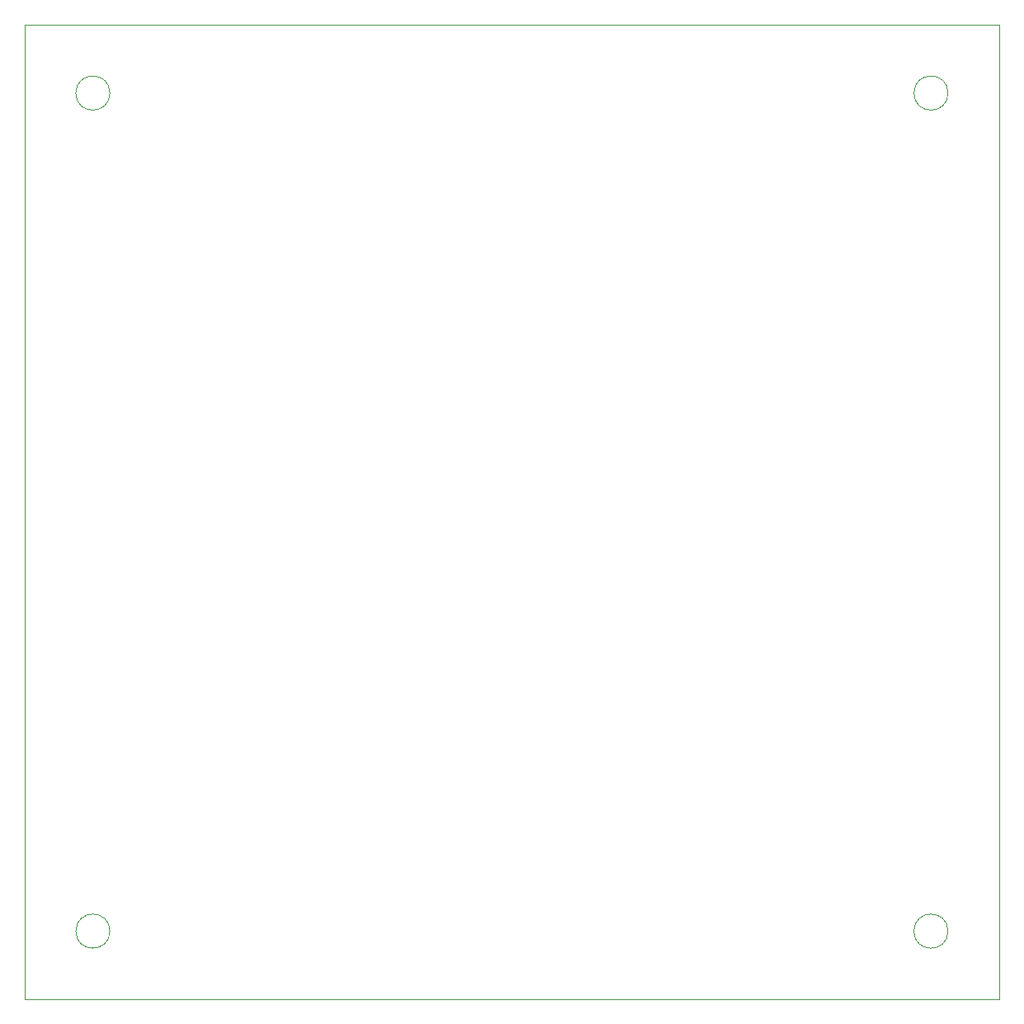
<source format=gbr>
G04 #@! TF.GenerationSoftware,KiCad,Pcbnew,(5.1.5)-3*
G04 #@! TF.CreationDate,2020-06-13T14:21:20+02:00*
G04 #@! TF.ProjectId,elektrode_v3_bipolar,656c656b-7472-46f6-9465-5f76335f6269,rev?*
G04 #@! TF.SameCoordinates,Original*
G04 #@! TF.FileFunction,Profile,NP*
%FSLAX46Y46*%
G04 Gerber Fmt 4.6, Leading zero omitted, Abs format (unit mm)*
G04 Created by KiCad (PCBNEW (5.1.5)-3) date 2020-06-13 14:21:20*
%MOMM*%
%LPD*%
G04 APERTURE LIST*
%ADD10C,0.050000*%
G04 APERTURE END LIST*
D10*
X58750000Y-57000000D02*
G75*
G03X58750000Y-57000000I-1750000J0D01*
G01*
X58750000Y-143000000D02*
G75*
G03X58750000Y-143000000I-1750000J0D01*
G01*
X144750000Y-143000000D02*
G75*
G03X144750000Y-143000000I-1750000J0D01*
G01*
X144750000Y-57000000D02*
G75*
G03X144750000Y-57000000I-1750000J0D01*
G01*
X50000000Y-150000000D02*
X50000000Y-50000000D01*
X150000000Y-150000000D02*
X50000000Y-150000000D01*
X150000000Y-50000000D02*
X150000000Y-150000000D01*
X50000000Y-50000000D02*
X150000000Y-50000000D01*
M02*

</source>
